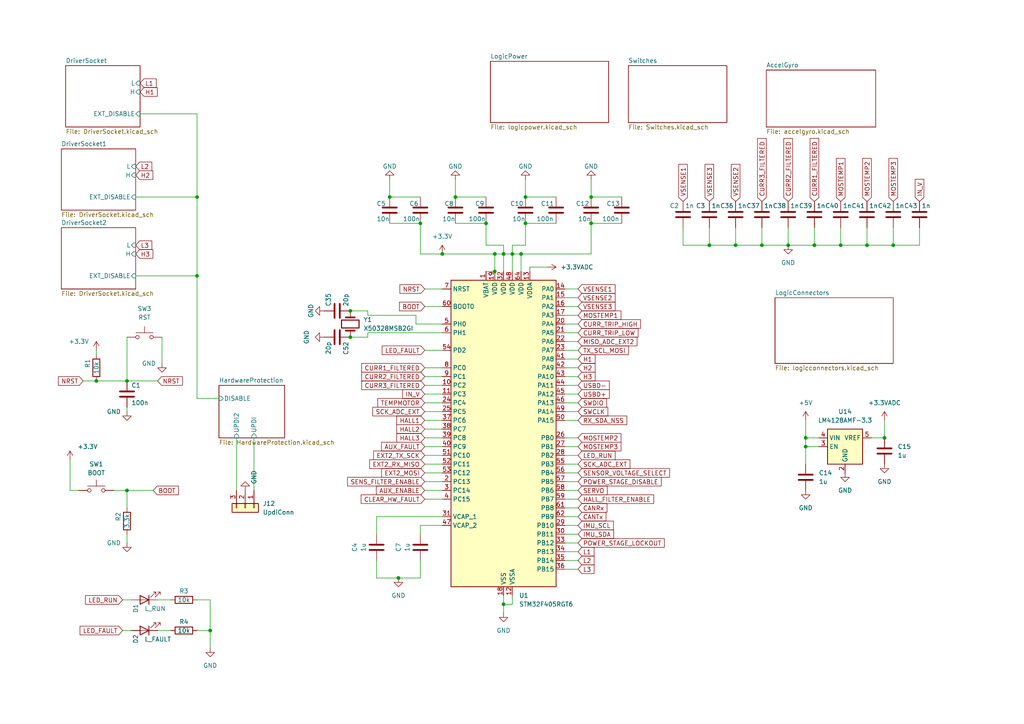
<source format=kicad_sch>
(kicad_sch (version 20230121) (generator eeschema)
  (paper "A4")
  (lib_symbols
    (symbol "Connector_Generic:Conn_01x03" (pin_names (offset 1.016) hide)
      (property "Reference" "J" (at 0 5.08 0))
      (property "Value" "Conn_01x03" (at 0 -5.08 0))
      (symbol "Conn_01x03_1_1"
        (rectangle (start -1.27 -2.413) (end 0 -2.667) (stroke (width 0.1524)))
        (rectangle (start -1.27 0.127) (end 0 -0.127) (stroke (width 0.1524)))
        (rectangle (start -1.27 2.667) (end 0 2.413) (stroke (width 0.1524)))
        (rectangle (start -1.27 3.81) (end 1.27 -3.81) (stroke (width 0.254)) (fill (type background)))
        (pin passive line (at -5.08 2.54 0) (length 3.81) (name "Pin_1") (number "1"))
        (pin passive line (at -5.08 0 0) (length 3.81) (name "Pin_2") (number "2"))
        (pin passive line (at -5.08 -2.54 0) (length 3.81) (name "Pin_3") (number "3"))
      )
    )
    (symbol "Device:C" (pin_numbers hide) (pin_names (offset 0.254))
      (property "Reference" "C" (at 0.635 2.54 0))
      (property "Value" "C" (at 0.635 -2.54 0))
      (symbol "C_0_1"
        (polyline (pts (xy -2.032 -0.762) (xy 2.032 -0.762)) (stroke (width 0.508)))
        (polyline (pts (xy -2.032 0.762) (xy 2.032 0.762)) (stroke (width 0.508)))
      )
      (symbol "C_1_1"
        (pin passive line (at 0 3.81 270) (length 2.794) (name "~") (number "1"))
        (pin passive line (at 0 -3.81 90) (length 2.794) (name "~") (number "2"))
      )
    )
    (symbol "Device:Crystal" (pin_numbers hide) (pin_names (offset 1.016) hide)
      (property "Reference" "Y" (at 0 3.81 0))
      (property "Value" "Crystal" (at 0 -3.81 0))
      (symbol "Crystal_0_1"
        (rectangle (start -1.143 2.54) (end 1.143 -2.54) (stroke (width 0.3048)))
        (polyline (pts (xy -2.54 0) (xy -1.905 0)))
        (polyline (pts (xy -1.905 -1.27) (xy -1.905 1.27)) (stroke (width 0.508)))
        (polyline (pts (xy 1.905 -1.27) (xy 1.905 1.27)) (stroke (width 0.508)))
        (polyline (pts (xy 2.54 0) (xy 1.905 0)))
      )
      (symbol "Crystal_1_1"
        (pin passive line (at -3.81 0 0) (length 1.27) (name "1") (number "1"))
        (pin passive line (at 3.81 0 180) (length 1.27) (name "2") (number "2"))
      )
    )
    (symbol "Device:LED" (pin_numbers hide) (pin_names (offset 1.016) hide)
      (property "Reference" "D" (at 0 2.54 0))
      (property "Value" "LED" (at 0 -2.54 0))
      (symbol "LED_0_1"
        (polyline (pts (xy -1.27 -1.27) (xy -1.27 1.27)) (stroke (width 0.254)))
        (polyline (pts (xy -1.27 0) (xy 1.27 0)))
        (polyline (pts (xy 1.27 -1.27) (xy 1.27 1.27) (xy -1.27 0) (xy 1.27 -1.27)) (stroke (width 0.254)))
        (polyline (pts (xy -3.048 -0.762) (xy -4.572 -2.286) (xy -3.81 -2.286) (xy -4.572 -2.286) (xy -4.572 -1.524)))
        (polyline (pts (xy -1.778 -0.762) (xy -3.302 -2.286) (xy -2.54 -2.286) (xy -3.302 -2.286) (xy -3.302 -1.524)))
      )
      (symbol "LED_1_1"
        (pin passive line (at -3.81 0 0) (length 2.54) (name "K") (number "1"))
        (pin passive line (at 3.81 0 180) (length 2.54) (name "A") (number "2"))
      )
    )
    (symbol "Device:R" (pin_numbers hide) (pin_names (offset 0))
      (property "Reference" "R" (at 2.032 0 90))
      (property "Value" "R" (at 0 0 90))
      (symbol "R_0_1"
        (rectangle (start -1.016 -2.54) (end 1.016 2.54) (stroke (width 0.254)))
      )
      (symbol "R_1_1"
        (pin passive line (at 0 3.81 270) (length 1.27) (name "~") (number "1"))
        (pin passive line (at 0 -3.81 90) (length 1.27) (name "~") (number "2"))
      )
    )
    (symbol "MCU_ST_STM32F4:STM32F405RGTx"
      (property "Reference" "U" (at -15.24 46.99 0))
      (property "Value" "STM32F405RGTx" (at 10.16 46.99 0))
      (symbol "STM32F405RGTx_0_1"
        (rectangle (start -15.24 -43.18) (end 15.24 45.72) (stroke (width 0.254)) (fill (type background)))
      )
      (symbol "STM32F405RGTx_1_1"
        (pin power_in line (at -5.08 48.26 270) (length 2.54) (name "VBAT") (number "1"))
        (pin bidirectional line (at -17.78 15.24 0) (length 2.54) (name "PC2") (number "10"))
        (pin bidirectional line (at -17.78 12.7 0) (length 2.54) (name "PC3") (number "11"))
        (pin power_in line (at 2.54 -45.72 90) (length 2.54) (name "VSSA") (number "12"))
        (pin power_in line (at 7.62 48.26 270) (length 2.54) (name "VDDA") (number "13"))
        (pin bidirectional line (at 17.78 43.18 180) (length 2.54) (name "PA0") (number "14"))
        (pin bidirectional line (at 17.78 40.64 180) (length 2.54) (name "PA1") (number "15"))
        (pin bidirectional line (at 17.78 38.1 180) (length 2.54) (name "PA2") (number "16"))
        (pin bidirectional line (at 17.78 35.56 180) (length 2.54) (name "PA3") (number "17"))
        (pin power_in line (at 0 -45.72 90) (length 2.54) (name "VSS") (number "18"))
        (pin power_in line (at -2.54 48.26 270) (length 2.54) (name "VDD") (number "19"))
        (pin bidirectional line (at -17.78 -12.7 0) (length 2.54) (name "PC13") (number "2"))
        (pin bidirectional line (at 17.78 33.02 180) (length 2.54) (name "PA4") (number "20"))
        (pin bidirectional line (at 17.78 30.48 180) (length 2.54) (name "PA5") (number "21"))
        (pin bidirectional line (at 17.78 27.94 180) (length 2.54) (name "PA6") (number "22"))
        (pin bidirectional line (at 17.78 25.4 180) (length 2.54) (name "PA7") (number "23"))
        (pin bidirectional line (at -17.78 10.16 0) (length 2.54) (name "PC4") (number "24"))
        (pin bidirectional line (at -17.78 7.62 0) (length 2.54) (name "PC5") (number "25"))
        (pin bidirectional line (at 17.78 0 180) (length 2.54) (name "PB0") (number "26"))
        (pin bidirectional line (at 17.78 -2.54 180) (length 2.54) (name "PB1") (number "27"))
        (pin bidirectional line (at 17.78 -5.08 180) (length 2.54) (name "PB2") (number "28"))
        (pin bidirectional line (at 17.78 -25.4 180) (length 2.54) (name "PB10") (number "29"))
        (pin bidirectional line (at -17.78 -15.24 0) (length 2.54) (name "PC14") (number "3"))
        (pin bidirectional line (at 17.78 -27.94 180) (length 2.54) (name "PB11") (number "30"))
        (pin power_out line (at -17.78 -22.86 0) (length 2.54) (name "VCAP_1") (number "31"))
        (pin power_in line (at 0 48.26 270) (length 2.54) (name "VDD") (number "32"))
        (pin bidirectional line (at 17.78 -30.48 180) (length 2.54) (name "PB12") (number "33"))
        (pin bidirectional line (at 17.78 -33.02 180) (length 2.54) (name "PB13") (number "34"))
        (pin bidirectional line (at 17.78 -35.56 180) (length 2.54) (name "PB14") (number "35"))
        (pin bidirectional line (at 17.78 -38.1 180) (length 2.54) (name "PB15") (number "36"))
        (pin bidirectional line (at -17.78 5.08 0) (length 2.54) (name "PC6") (number "37"))
        (pin bidirectional line (at -17.78 2.54 0) (length 2.54) (name "PC7") (number "38"))
        (pin bidirectional line (at -17.78 0 0) (length 2.54) (name "PC8") (number "39"))
        (pin bidirectional line (at -17.78 -17.78 0) (length 2.54) (name "PC15") (number "4"))
        (pin bidirectional line (at -17.78 -2.54 0) (length 2.54) (name "PC9") (number "40"))
        (pin bidirectional line (at 17.78 22.86 180) (length 2.54) (name "PA8") (number "41"))
        (pin bidirectional line (at 17.78 20.32 180) (length 2.54) (name "PA9") (number "42"))
        (pin bidirectional line (at 17.78 17.78 180) (length 2.54) (name "PA10") (number "43"))
        (pin bidirectional line (at 17.78 15.24 180) (length 2.54) (name "PA11") (number "44"))
        (pin bidirectional line (at 17.78 12.7 180) (length 2.54) (name "PA12") (number "45"))
        (pin bidirectional line (at 17.78 10.16 180) (length 2.54) (name "PA13") (number "46"))
        (pin power_out line (at -17.78 -25.4 0) (length 2.54) (name "VCAP_2") (number "47"))
        (pin power_in line (at 2.54 48.26 270) (length 2.54) (name "VDD") (number "48"))
        (pin bidirectional line (at 17.78 7.62 180) (length 2.54) (name "PA14") (number "49"))
        (pin bidirectional line (at -17.78 33.02 0) (length 2.54) (name "PH0") (number "5"))
        (pin bidirectional line (at 17.78 5.08 180) (length 2.54) (name "PA15") (number "50"))
        (pin bidirectional line (at -17.78 -5.08 0) (length 2.54) (name "PC10") (number "51"))
        (pin bidirectional line (at -17.78 -7.62 0) (length 2.54) (name "PC11") (number "52"))
        (pin bidirectional line (at -17.78 -10.16 0) (length 2.54) (name "PC12") (number "53"))
        (pin bidirectional line (at -17.78 25.4 0) (length 2.54) (name "PD2") (number "54"))
        (pin bidirectional line (at 17.78 -7.62 180) (length 2.54) (name "PB3") (number "55"))
        (pin bidirectional line (at 17.78 -10.16 180) (length 2.54) (name "PB4") (number "56"))
        (pin bidirectional line (at 17.78 -12.7 180) (length 2.54) (name "PB5") (number "57"))
        (pin bidirectional line (at 17.78 -15.24 180) (length 2.54) (name "PB6") (number "58"))
        (pin bidirectional line (at 17.78 -17.78 180) (length 2.54) (name "PB7") (number "59"))
        (pin bidirectional line (at -17.78 30.48 0) (length 2.54) (name "PH1") (number "6"))
        (pin input line (at -17.78 38.1 0) (length 2.54) (name "BOOT0") (number "60"))
        (pin bidirectional line (at 17.78 -20.32 180) (length 2.54) (name "PB8") (number "61"))
        (pin bidirectional line (at 17.78 -22.86 180) (length 2.54) (name "PB9") (number "62"))
        (pin passive line (at 0 -45.72 90) (length 2.54) hide (name "VSS") (number "63"))
        (pin power_in line (at 5.08 48.26 270) (length 2.54) (name "VDD") (number "64"))
        (pin input line (at -17.78 43.18 0) (length 2.54) (name "NRST") (number "7"))
        (pin bidirectional line (at -17.78 20.32 0) (length 2.54) (name "PC0") (number "8"))
        (pin bidirectional line (at -17.78 17.78 0) (length 2.54) (name "PC1") (number "9"))
      )
    )
    (symbol "Reference_Voltage:LM4128"
      (property "Reference" "U" (at -5.08 6.35 0))
      (property "Value" "LM4128" (at 0 6.35 0))
      (symbol "LM4128_0_1"
        (rectangle (start -5.08 5.08) (end 5.08 -5.08) (stroke (width 0.254)) (fill (type background)))
      )
      (symbol "LM4128_1_1"
        (pin no_connect line (at 5.08 0 180) (length 2.54) hide (name "NC") (number "1"))
        (pin power_in line (at 0 -7.62 90) (length 2.54) (name "GND") (number "2"))
        (pin input line (at -7.62 0 0) (length 2.54) (name "EN") (number "3"))
        (pin power_in line (at -7.62 2.54 0) (length 2.54) (name "VIN") (number "4"))
        (pin power_out line (at 7.62 2.54 180) (length 2.54) (name "VREF") (number "5"))
      )
    )
    (symbol "Switch:SW_Push" (pin_numbers hide) (pin_names (offset 1.016) hide)
      (property "Reference" "SW" (at 1.27 2.54 0))
      (property "Value" "SW_Push" (at 0 -1.524 0))
      (symbol "SW_Push_0_1"
        (circle (center -2.032 0) (radius 0.508))
        (polyline (pts (xy 0 1.27) (xy 0 3.048)))
        (polyline (pts (xy 2.54 1.27) (xy -2.54 1.27)))
        (circle (center 2.032 0) (radius 0.508))
        (pin passive line (at -5.08 0 0) (length 2.54) (name "1") (number "1"))
        (pin passive line (at 5.08 0 180) (length 2.54) (name "2") (number "2"))
      )
    )
    (symbol "power:+3.3V" (power) (pin_names (offset 0))
      (property "Value" "+3.3V" (at 0 3.556 0))
      (symbol "+3.3V_0_1"
        (polyline (pts (xy -0.762 1.27) (xy 0 2.54)))
        (polyline (pts (xy 0 0) (xy 0 2.54)))
        (polyline (pts (xy 0 2.54) (xy 0.762 1.27)))
      )
      (symbol "+3.3V_1_1"
        (pin power_in line (at 0 0 90) (length 0) hide (name "+3.3V") (number "1"))
      )
    )
    (symbol "power:+3.3VADC" (power) (pin_names (offset 0))
      (property "Value" "+3.3VADC" (at 0 2.54 0))
      (symbol "+3.3VADC_0_0"
        (pin power_in line (at 0 0 90) (length 0) hide (name "+3.3VADC") (number "1"))
      )
      (symbol "+3.3VADC_0_1"
        (polyline (pts (xy -0.762 1.27) (xy 0 2.54)))
        (polyline (pts (xy 0 0) (xy 0 2.54)))
        (polyline (pts (xy 0 2.54) (xy 0.762 1.27)))
      )
    )
    (symbol "power:+5V" (power) (pin_names (offset 0))
      (property "Value" "+5V" (at 0 3.556 0))
      (symbol "+5V_0_1"
        (polyline (pts (xy -0.762 1.27) (xy 0 2.54)))
        (polyline (pts (xy 0 0) (xy 0 2.54)))
        (polyline (pts (xy 0 2.54) (xy 0.762 1.27)))
      )
      (symbol "+5V_1_1"
        (pin power_in line (at 0 0 90) (length 0) hide (name "+5V") (number "1"))
      )
    )
    (symbol "power:GND" (power) (pin_names (offset 0))
      (property "Value" "GND" (at 0 -3.81 0))
      (symbol "GND_0_1"
        (polyline (pts (xy 0 0) (xy 0 -1.27) (xy 1.27 -1.27) (xy 0 -2.54) (xy -1.27 -1.27) (xy 0 -1.27)))
      )
      (symbol "GND_1_1"
        (pin power_in line (at 0 0 270) (length 0) hide (name "GND") (number "1"))
      )
    )
  )
  (junction (at 101.6 90.17))
  (junction (at 228.6 71.12))
  (junction (at 152.4 57.15))
  (junction (at 36.83 110.49))
  (junction (at 60.96 182.88))
  (junction (at 101.6 97.79))
  (junction (at 121.92 64.77))
  (junction (at 213.36 71.12))
  (junction (at 146.05 73.66))
  (junction (at 36.83 142.24))
  (junction (at 151.13 73.66))
  (junction (at 259.08 71.12))
  (junction (at 236.22 71.12))
  (junction (at 113.03 57.15))
  (junction (at 115.57 167.64))
  (junction (at 251.46 71.12))
  (junction (at 152.4 64.77))
  (junction (at 243.84 71.12))
  (junction (at 171.45 57.15))
  (junction (at 220.98 71.12))
  (junction (at 143.51 78.74))
  (junction (at 233.68 127))
  (junction (at 171.45 64.77))
  (junction (at 57.15 80.01))
  (junction (at 27.94 110.49))
  (junction (at 57.15 57.15))
  (junction (at 140.97 64.77))
  (junction (at 233.68 129.54))
  (junction (at 146.05 175.26))
  (junction (at 128.27 73.66))
  (junction (at 143.51 73.66))
  (junction (at 132.08 57.15))
  (junction (at 205.74 71.12))
  (junction (at 256.54 127))
  (junction (at 148.59 73.66))
  (wire (pts (xy 123.19 114.3) (xy 128.27 114.3)))
  (wire (pts (xy 171.45 57.15) (xy 180.34 57.15)))
  (wire (pts (xy 33.02 142.24) (xy 36.83 142.24)))
  (wire (pts (xy 171.45 64.77) (xy 180.34 64.77)))
  (wire (pts (xy 57.15 182.88) (xy 60.96 182.88)))
  (wire (pts (xy 148.59 73.66) (xy 151.13 73.66)))
  (wire (pts (xy 132.08 52.07) (xy 132.08 57.15)))
  (wire (pts (xy 128.27 93.98) (xy 120.65 93.98)))
  (wire (pts (xy 163.83 88.9) (xy 167.64 88.9)))
  (wire (pts (xy 109.22 162.56) (xy 109.22 167.64)))
  (wire (pts (xy 123.19 139.7) (xy 128.27 139.7)))
  (wire (pts (xy 213.36 71.12) (xy 220.98 71.12)))
  (wire (pts (xy 163.83 106.68) (xy 167.64 106.68)))
  (wire (pts (xy 163.83 86.36) (xy 167.64 86.36)))
  (wire (pts (xy 22.86 142.24) (xy 20.32 142.24)))
  (wire (pts (xy 233.68 121.92) (xy 233.68 127)))
  (wire (pts (xy 163.83 99.06) (xy 167.64 99.06)))
  (wire (pts (xy 143.51 73.66) (xy 128.27 73.66)))
  (wire (pts (xy 123.19 106.68) (xy 128.27 106.68)))
  (wire (pts (xy 163.83 119.38) (xy 167.64 119.38)))
  (wire (pts (xy 36.83 154.94) (xy 36.83 157.48)))
  (wire (pts (xy 57.15 33.02) (xy 57.15 57.15)))
  (wire (pts (xy 36.83 110.49) (xy 45.72 110.49)))
  (wire (pts (xy 121.92 152.4) (xy 128.27 152.4)))
  (wire (pts (xy 163.83 129.54) (xy 167.64 129.54)))
  (wire (pts (xy 148.59 71.12) (xy 152.4 71.12)))
  (wire (pts (xy 163.83 149.86) (xy 167.64 149.86)))
  (wire (pts (xy 163.83 127) (xy 167.64 127)))
  (wire (pts (xy 36.83 118.11) (xy 36.83 119.38)))
  (wire (pts (xy 123.19 142.24) (xy 128.27 142.24)))
  (wire (pts (xy 36.83 142.24) (xy 36.83 147.32)))
  (wire (pts (xy 132.08 64.77) (xy 140.97 64.77)))
  (wire (pts (xy 123.19 109.22) (xy 128.27 109.22)))
  (wire (pts (xy 153.67 77.47) (xy 158.75 77.47)))
  (wire (pts (xy 163.83 144.78) (xy 167.64 144.78)))
  (wire (pts (xy 128.27 96.52) (xy 106.68 96.52)))
  (wire (pts (xy 163.83 96.52) (xy 167.64 96.52)))
  (wire (pts (xy 233.68 129.54) (xy 237.49 129.54)))
  (wire (pts (xy 251.46 66.04) (xy 251.46 71.12)))
  (wire (pts (xy 266.7 66.04) (xy 266.7 71.12)))
  (wire (pts (xy 45.72 182.88) (xy 49.53 182.88)))
  (wire (pts (xy 151.13 73.66) (xy 171.45 73.66)))
  (wire (pts (xy 57.15 80.01) (xy 39.37 80.01)))
  (wire (pts (xy 163.83 114.3) (xy 167.64 114.3)))
  (wire (pts (xy 163.83 116.84) (xy 167.64 116.84)))
  (wire (pts (xy 39.37 57.15) (xy 57.15 57.15)))
  (wire (pts (xy 132.08 57.15) (xy 140.97 57.15)))
  (wire (pts (xy 146.05 71.12) (xy 140.97 71.12)))
  (wire (pts (xy 106.68 91.44) (xy 120.65 91.44)))
  (wire (pts (xy 236.22 71.12) (xy 243.84 71.12)))
  (wire (pts (xy 148.59 78.74) (xy 148.59 73.66)))
  (wire (pts (xy 152.4 64.77) (xy 161.29 64.77)))
  (wire (pts (xy 123.19 119.38) (xy 128.27 119.38)))
  (wire (pts (xy 123.19 127) (xy 128.27 127)))
  (wire (pts (xy 121.92 73.66) (xy 121.92 64.77)))
  (wire (pts (xy 60.96 182.88) (xy 60.96 187.96)))
  (wire (pts (xy 259.08 66.04) (xy 259.08 71.12)))
  (wire (pts (xy 163.83 137.16) (xy 167.64 137.16)))
  (wire (pts (xy 146.05 175.26) (xy 146.05 177.8)))
  (wire (pts (xy 243.84 66.04) (xy 243.84 71.12)))
  (wire (pts (xy 146.05 73.66) (xy 148.59 73.66)))
  (wire (pts (xy 57.15 57.15) (xy 57.15 80.01)))
  (wire (pts (xy 243.84 71.12) (xy 251.46 71.12)))
  (wire (pts (xy 228.6 71.12) (xy 236.22 71.12)))
  (wire (pts (xy 106.68 91.44) (xy 106.68 90.17)))
  (wire (pts (xy 228.6 66.04) (xy 228.6 71.12)))
  (wire (pts (xy 146.05 73.66) (xy 146.05 71.12)))
  (wire (pts (xy 123.19 144.78) (xy 128.27 144.78)))
  (wire (pts (xy 151.13 78.74) (xy 151.13 73.66)))
  (wire (pts (xy 171.45 73.66) (xy 171.45 64.77)))
  (wire (pts (xy 123.19 132.08) (xy 128.27 132.08)))
  (wire (pts (xy 140.97 78.74) (xy 143.51 78.74)))
  (wire (pts (xy 163.83 152.4) (xy 167.64 152.4)))
  (wire (pts (xy 163.83 162.56) (xy 167.64 162.56)))
  (wire (pts (xy 205.74 71.12) (xy 213.36 71.12)))
  (wire (pts (xy 121.92 162.56) (xy 121.92 167.64)))
  (wire (pts (xy 113.03 52.07) (xy 113.03 57.15)))
  (wire (pts (xy 233.68 129.54) (xy 233.68 134.62)))
  (wire (pts (xy 121.92 167.64) (xy 115.57 167.64)))
  (wire (pts (xy 128.27 73.66) (xy 121.92 73.66)))
  (wire (pts (xy 152.4 57.15) (xy 161.29 57.15)))
  (wire (pts (xy 213.36 66.04) (xy 213.36 71.12)))
  (wire (pts (xy 251.46 71.12) (xy 259.08 71.12)))
  (wire (pts (xy 106.68 97.79) (xy 101.6 97.79)))
  (wire (pts (xy 123.19 116.84) (xy 128.27 116.84)))
  (wire (pts (xy 143.51 73.66) (xy 146.05 73.66)))
  (wire (pts (xy 109.22 154.94) (xy 109.22 149.86)))
  (wire (pts (xy 163.83 165.1) (xy 167.64 165.1)))
  (wire (pts (xy 36.83 97.79) (xy 36.83 110.49)))
  (wire (pts (xy 27.94 110.49) (xy 36.83 110.49)))
  (wire (pts (xy 236.22 66.04) (xy 236.22 71.12)))
  (wire (pts (xy 45.72 173.99) (xy 49.53 173.99)))
  (wire (pts (xy 106.68 96.52) (xy 106.68 97.79)))
  (wire (pts (xy 123.19 83.82) (xy 128.27 83.82)))
  (wire (pts (xy 163.83 121.92) (xy 167.64 121.92)))
  (wire (pts (xy 40.64 33.02) (xy 57.15 33.02)))
  (wire (pts (xy 163.83 111.76) (xy 167.64 111.76)))
  (wire (pts (xy 163.83 139.7) (xy 167.64 139.7)))
  (wire (pts (xy 220.98 71.12) (xy 228.6 71.12)))
  (wire (pts (xy 198.12 66.04) (xy 198.12 71.12)))
  (wire (pts (xy 163.83 101.6) (xy 167.64 101.6)))
  (wire (pts (xy 171.45 52.07) (xy 171.45 57.15)))
  (wire (pts (xy 123.19 137.16) (xy 128.27 137.16)))
  (wire (pts (xy 163.83 132.08) (xy 167.64 132.08)))
  (wire (pts (xy 163.83 93.98) (xy 167.64 93.98)))
  (wire (pts (xy 63.5 115.57) (xy 57.15 115.57)))
  (wire (pts (xy 38.1 182.88) (xy 35.56 182.88)))
  (wire (pts (xy 20.32 133.35) (xy 20.32 142.24)))
  (wire (pts (xy 123.19 88.9) (xy 128.27 88.9)))
  (wire (pts (xy 109.22 149.86) (xy 128.27 149.86)))
  (wire (pts (xy 57.15 173.99) (xy 60.96 173.99)))
  (wire (pts (xy 123.19 134.62) (xy 128.27 134.62)))
  (wire (pts (xy 143.51 78.74) (xy 143.51 73.66)))
  (wire (pts (xy 57.15 115.57) (xy 57.15 80.01)))
  (wire (pts (xy 205.74 66.04) (xy 205.74 71.12)))
  (wire (pts (xy 163.83 157.48) (xy 167.64 157.48)))
  (wire (pts (xy 146.05 73.66) (xy 146.05 78.74)))
  (wire (pts (xy 163.83 154.94) (xy 167.64 154.94)))
  (wire (pts (xy 123.19 121.92) (xy 128.27 121.92)))
  (wire (pts (xy 148.59 172.72) (xy 148.59 175.26)))
  (wire (pts (xy 256.54 121.92) (xy 256.54 127)))
  (wire (pts (xy 35.56 173.99) (xy 38.1 173.99)))
  (wire (pts (xy 120.65 93.98) (xy 120.65 91.44)))
  (wire (pts (xy 198.12 71.12) (xy 205.74 71.12)))
  (wire (pts (xy 121.92 154.94) (xy 121.92 152.4)))
  (wire (pts (xy 24.13 110.49) (xy 27.94 110.49)))
  (wire (pts (xy 73.66 127) (xy 73.66 142.24)))
  (wire (pts (xy 163.83 83.82) (xy 167.64 83.82)))
  (wire (pts (xy 123.19 129.54) (xy 128.27 129.54)))
  (wire (pts (xy 148.59 73.66) (xy 148.59 71.12)))
  (wire (pts (xy 233.68 127) (xy 233.68 129.54)))
  (wire (pts (xy 68.58 127) (xy 68.58 142.24)))
  (wire (pts (xy 60.96 173.99) (xy 60.96 182.88)))
  (wire (pts (xy 256.54 127) (xy 252.73 127)))
  (wire (pts (xy 27.94 101.6) (xy 27.94 102.87)))
  (wire (pts (xy 163.83 104.14) (xy 167.64 104.14)))
  (wire (pts (xy 153.67 77.47) (xy 153.67 78.74)))
  (wire (pts (xy 233.68 127) (xy 237.49 127)))
  (wire (pts (xy 259.08 71.12) (xy 266.7 71.12)))
  (wire (pts (xy 220.98 66.04) (xy 220.98 71.12)))
  (wire (pts (xy 140.97 71.12) (xy 140.97 64.77)))
  (wire (pts (xy 152.4 52.07) (xy 152.4 57.15)))
  (wire (pts (xy 163.83 109.22) (xy 167.64 109.22)))
  (wire (pts (xy 113.03 57.15) (xy 121.92 57.15)))
  (wire (pts (xy 152.4 71.12) (xy 152.4 64.77)))
  (wire (pts (xy 163.83 147.32) (xy 167.64 147.32)))
  (wire (pts (xy 113.03 64.77) (xy 121.92 64.77)))
  (wire (pts (xy 123.19 111.76) (xy 128.27 111.76)))
  (wire (pts (xy 163.83 91.44) (xy 167.64 91.44)))
  (wire (pts (xy 36.83 142.24) (xy 44.45 142.24)))
  (wire (pts (xy 148.59 175.26) (xy 146.05 175.26)))
  (wire (pts (xy 163.83 142.24) (xy 167.64 142.24)))
  (wire (pts (xy 46.99 97.79) (xy 46.99 105.41)))
  (wire (pts (xy 163.83 160.02) (xy 167.64 160.02)))
  (wire (pts (xy 109.22 167.64) (xy 115.57 167.64)))
  (wire (pts (xy 101.6 90.17) (xy 106.68 90.17)))
  (wire (pts (xy 123.19 124.46) (xy 128.27 124.46)))
  (wire (pts (xy 163.83 134.62) (xy 167.64 134.62)))
  (wire (pts (xy 146.05 172.72) (xy 146.05 175.26)))
  (wire (pts (xy 123.19 101.6) (xy 128.27 101.6)))
  (global_label "BOOT" (shape input) (at 123.19 88.9 180) (property "Intersheetrefs" "${INTERSHEET_REFS}" (effects hide)))
  (global_label "CANRx" (shape input) (at 167.64 147.32 0) (property "Intersheetrefs" "${INTERSHEET_REFS}" (effects hide)))
  (global_label "L2" (shape input) (at 39.37 48.26 0) (property "Intersheetrefs" "${INTERSHEET_REFS}" (effects hide)))
  (global_label "POWER_STAGE_LOCKOUT" (shape input) (at 167.64 157.48 0) (property "Intersheetrefs" "${INTERSHEET_REFS}" (effects hide)))
  (global_label "MOSTEMP3" (shape input) (at 259.08 58.42 90) (property "Intersheetrefs" "${INTERSHEET_REFS}" (effects hide)))
  (global_label "CURR3_FILTERED" (shape input) (at 220.98 58.42 90) (property "Intersheetrefs" "${INTERSHEET_REFS}" (effects hide)))
  (global_label "MOSTEMP3" (shape input) (at 167.64 129.54 0) (property "Intersheetrefs" "${INTERSHEET_REFS}" (effects hide)))
  (global_label "HALL2" (shape input) (at 123.19 124.46 180) (property "Intersheetrefs" "${INTERSHEET_REFS}" (effects hide)))
  (global_label "VSENSE3" (shape input) (at 167.64 88.9 0) (property "Intersheetrefs" "${INTERSHEET_REFS}" (effects hide)))
  (global_label "EXT2_TX_SCK" (shape input) (at 123.19 132.08 180) (property "Intersheetrefs" "${INTERSHEET_REFS}" (effects hide)))
  (global_label "SWCLK" (shape input) (at 167.64 119.38 0) (property "Intersheetrefs" "${INTERSHEET_REFS}" (effects hide)))
  (global_label "NRST" (shape input) (at 24.13 110.49 180) (property "Intersheetrefs" "${INTERSHEET_REFS}" (effects hide)))
  (global_label "MOSTEMP1" (shape input) (at 167.64 91.44 0) (property "Intersheetrefs" "${INTERSHEET_REFS}" (effects hide)))
  (global_label "SERVO" (shape input) (at 167.64 142.24 0) (property "Intersheetrefs" "${INTERSHEET_REFS}" (effects hide)))
  (global_label "VSENSE1" (shape input) (at 167.64 83.82 0) (property "Intersheetrefs" "${INTERSHEET_REFS}" (effects hide)))
  (global_label "SENSOR_VOLTAGE_SELECT" (shape input) (at 167.64 137.16 0) (property "Intersheetrefs" "${INTERSHEET_REFS}" (effects hide)))
  (global_label "VSENSE3" (shape input) (at 205.74 58.42 90) (property "Intersheetrefs" "${INTERSHEET_REFS}" (effects hide)))
  (global_label "AUX_FAULT" (shape input) (at 123.19 129.54 180) (property "Intersheetrefs" "${INTERSHEET_REFS}" (effects hide)))
  (global_label "USBD+" (shape input) (at 167.64 114.3 0) (property "Intersheetrefs" "${INTERSHEET_REFS}" (effects hide)))
  (global_label "L1" (shape input) (at 167.64 160.02 0) (property "Intersheetrefs" "${INTERSHEET_REFS}" (effects hide)))
  (global_label "VSENSE2" (shape input) (at 213.36 58.42 90) (property "Intersheetrefs" "${INTERSHEET_REFS}" (effects hide)))
  (global_label "POWER_STAGE_DISABLE" (shape input) (at 167.64 139.7 0) (property "Intersheetrefs" "${INTERSHEET_REFS}" (effects hide)))
  (global_label "CLEAR_HW_FAULT" (shape input) (at 123.19 144.78 180) (property "Intersheetrefs" "${INTERSHEET_REFS}" (effects hide)))
  (global_label "LED_FAULT" (shape input) (at 35.56 182.88 180) (property "Intersheetrefs" "${INTERSHEET_REFS}" (effects hide)))
  (global_label "LED_RUN" (shape input) (at 167.64 132.08 0) (property "Intersheetrefs" "${INTERSHEET_REFS}" (effects hide)))
  (global_label "CURR3_FILTERED" (shape input) (at 123.19 111.76 180) (property "Intersheetrefs" "${INTERSHEET_REFS}" (effects hide)))
  (global_label "MOSTEMP2" (shape input) (at 167.64 127 0) (property "Intersheetrefs" "${INTERSHEET_REFS}" (effects hide)))
  (global_label "TX_SCL_MOSI" (shape input) (at 167.64 101.6 0) (property "Intersheetrefs" "${INTERSHEET_REFS}" (effects hide)))
  (global_label "HALL3" (shape input) (at 123.19 127 180) (property "Intersheetrefs" "${INTERSHEET_REFS}" (effects hide)))
  (global_label "VSENSE2" (shape input) (at 167.64 86.36 0) (property "Intersheetrefs" "${INTERSHEET_REFS}" (effects hide)))
  (global_label "CURR2_FILTERED" (shape input) (at 123.19 109.22 180) (property "Intersheetrefs" "${INTERSHEET_REFS}" (effects hide)))
  (global_label "NRST" (shape input) (at 123.19 83.82 180) (property "Intersheetrefs" "${INTERSHEET_REFS}" (effects hide)))
  (global_label "L2" (shape input) (at 167.64 162.56 0) (property "Intersheetrefs" "${INTERSHEET_REFS}" (effects hide)))
  (global_label "VSENSE1" (shape input) (at 198.12 58.42 90) (property "Intersheetrefs" "${INTERSHEET_REFS}" (effects hide)))
  (global_label "H2" (shape input) (at 167.64 106.68 0) (property "Intersheetrefs" "${INTERSHEET_REFS}" (effects hide)))
  (global_label "EXT2_RX_MISO" (shape input) (at 123.19 134.62 180) (property "Intersheetrefs" "${INTERSHEET_REFS}" (effects hide)))
  (global_label "L1" (shape input) (at 40.64 24.13 0) (property "Intersheetrefs" "${INTERSHEET_REFS}" (effects hide)))
  (global_label "SWDIO" (shape input) (at 167.64 116.84 0) (property "Intersheetrefs" "${INTERSHEET_REFS}" (effects hide)))
  (global_label "L3" (shape input) (at 167.64 165.1 0) (property "Intersheetrefs" "${INTERSHEET_REFS}" (effects hide)))
  (global_label "TEMPMOTOR" (shape input) (at 123.19 116.84 180) (property "Intersheetrefs" "${INTERSHEET_REFS}" (effects hide)))
  (global_label "H1" (shape input) (at 40.64 26.67 0) (property "Intersheetrefs" "${INTERSHEET_REFS}" (effects hide)))
  (global_label "BOOT" (shape input) (at 44.45 142.24 0) (property "Intersheetrefs" "${INTERSHEET_REFS}" (effects hide)))
  (global_label "CANTx" (shape input) (at 167.64 149.86 0) (property "Intersheetrefs" "${INTERSHEET_REFS}" (effects hide)))
  (global_label "MOSTEMP2" (shape input) (at 251.46 58.42 90) (property "Intersheetrefs" "${INTERSHEET_REFS}" (effects hide)))
  (global_label "USBD-" (shape input) (at 167.64 111.76 0) (property "Intersheetrefs" "${INTERSHEET_REFS}" (effects hide)))
  (global_label "CURR1_FILTERED" (shape input) (at 236.22 58.42 90) (property "Intersheetrefs" "${INTERSHEET_REFS}" (effects hide)))
  (global_label "RX_SDA_NSS" (shape input) (at 167.64 121.92 0) (property "Intersheetrefs" "${INTERSHEET_REFS}" (effects hide)))
  (global_label "EXT2_MOSI" (shape input) (at 123.19 137.16 180) (property "Intersheetrefs" "${INTERSHEET_REFS}" (effects hide)))
  (global_label "L3" (shape input) (at 39.37 71.12 0) (property "Intersheetrefs" "${INTERSHEET_REFS}" (effects hide)))
  (global_label "IMU_SDA" (shape input) (at 167.64 154.94 0) (property "Intersheetrefs" "${INTERSHEET_REFS}" (effects hide)))
  (global_label "IMU_SCL" (shape input) (at 167.64 152.4 0) (property "Intersheetrefs" "${INTERSHEET_REFS}" (effects hide)))
  (global_label "CURR_TRIP_HIGH" (shape input) (at 167.64 93.98 0) (property "Intersheetrefs" "${INTERSHEET_REFS}" (effects hide)))
  (global_label "SCK_ADC_EXT" (shape input) (at 167.64 134.62 0) (property "Intersheetrefs" "${INTERSHEET_REFS}" (effects hide)))
  (global_label "H3" (shape input) (at 39.37 73.66 0) (property "Intersheetrefs" "${INTERSHEET_REFS}" (effects hide)))
  (global_label "LED_RUN" (shape input) (at 35.56 173.99 180) (property "Intersheetrefs" "${INTERSHEET_REFS}" (effects hide)))
  (global_label "CURR2_FILTERED" (shape input) (at 228.6 58.42 90) (property "Intersheetrefs" "${INTERSHEET_REFS}" (effects hide)))
  (global_label "AUX_ENABLE" (shape input) (at 123.19 142.24 180) (property "Intersheetrefs" "${INTERSHEET_REFS}" (effects hide)))
  (global_label "CURR1_FILTERED" (shape input) (at 123.19 106.68 180) (property "Intersheetrefs" "${INTERSHEET_REFS}" (effects hide)))
  (global_label "SENS_FILTER_ENABLE" (shape input) (at 123.19 139.7 180) (property "Intersheetrefs" "${INTERSHEET_REFS}" (effects hide)))
  (global_label "H2" (shape input) (at 39.37 50.8 0) (property "Intersheetrefs" "${INTERSHEET_REFS}" (effects hide)))
  (global_label "LED_FAULT" (shape input) (at 123.19 101.6 180) (property "Intersheetrefs" "${INTERSHEET_REFS}" (effects hide)))
  (global_label "NRST" (shape input) (at 45.72 110.49 0) (property "Intersheetrefs" "${INTERSHEET_REFS}" (effects hide)))
  (global_label "CURR_TRIP_LOW" (shape input) (at 167.64 96.52 0) (property "Intersheetrefs" "${INTERSHEET_REFS}" (effects hide)))
  (global_label "H3" (shape input) (at 167.64 109.22 0) (property "Intersheetrefs" "${INTERSHEET_REFS}" (effects hide)))
  (global_label "SCK_ADC_EXT" (shape input) (at 123.19 119.38 180) (property "Intersheetrefs" "${INTERSHEET_REFS}" (effects hide)))
  (global_label "HALL1" (shape input) (at 123.19 121.92 180) (property "Intersheetrefs" "${INTERSHEET_REFS}" (effects hide)))
  (global_label "H1" (shape input) (at 167.64 104.14 0) (property "Intersheetrefs" "${INTERSHEET_REFS}" (effects hide)))
  (global_label "MISO_ADC_EXT2" (shape input) (at 167.64 99.06 0) (property "Intersheetrefs" "${INTERSHEET_REFS}" (effects hide)))
  (global_label "IN_V" (shape input) (at 266.7 58.42 90) (property "Intersheetrefs" "${INTERSHEET_REFS}" (effects hide)))
  (global_label "IN_V" (shape input) (at 123.19 114.3 180) (property "Intersheetrefs" "${INTERSHEET_REFS}" (effects hide)))
  (global_label "HALL_FILTER_ENABLE" (shape input) (at 167.64 144.78 0) (property "Intersheetrefs" "${INTERSHEET_REFS}" (effects hide)))
  (global_label "MOSTEMP1" (shape input) (at 243.84 58.42 90) (property "Intersheetrefs" "${INTERSHEET_REFS}" (effects hide)))
  (symbol (lib_id "Device:C") (at 205.74 62.23 0) (unit 1)
    (property "Reference" "C3" (at 203.2 59.69 0))
    (property "Value" "1n" (at 207.645 59.69 0))
    (property "Footprint" "Capacitor_SMD:C_0805_2012Metric" (effects hide))
    (property "MPN" "C94121" (effects hide))
  )
  (symbol (lib_id "Device:C") (at 256.54 130.81 0) (unit 1)
    (property "Reference" "C15" (at 260.35 129.54 0) (effects (justify left)))
    (property "Value" "1u" (at 260.35 132.08 0) (effects (justify left)))
    (property "Footprint" "Capacitor_SMD:C_0805_2012Metric" (effects hide))
  )
  (symbol (lib_id "Switch:SW_Push") (at 27.94 142.24 0) (unit 1)
    (property "Reference" "SW1" (at 27.94 134.62 0))
    (property "Value" "BOOT" (at 27.94 137.16 0))
    (property "Footprint" "Button_Switch_SMD:SW_Tactile_SPST_NO_Straight_CK_PTS636Sx25SMTRLFS" (effects hide))
    (property "MPN" "C329185" (effects hide))
  )
  (symbol (lib_id "Switch:SW_Push") (at 41.91 97.79 0) (unit 1)
    (property "Reference" "SW3" (at 41.91 89.535 0))
    (property "Value" "RST" (at 41.91 92.075 0))
    (property "Footprint" "Button_Switch_SMD:SW_Tactile_SPST_NO_Straight_CK_PTS636Sx25SMTRLFS" (effects hide))
    (property "MPN" "C329185" (effects hide))
  )
  (symbol (lib_id "Device:C") (at 251.46 62.23 0) (unit 1)
    (property "Reference" "C41" (at 248.92 59.69 0))
    (property "Value" "1n" (at 253.365 59.69 0))
    (property "Footprint" "Capacitor_SMD:C_0805_2012Metric" (effects hide))
    (property "MPN" "C94121" (effects hide))
  )
  (symbol (lib_id "Device:C") (at 132.08 60.96 0) (unit 1)
    (property "Reference" "C8" (at 128.905 59.055 0) (effects (justify left)))
    (property "Value" "10n" (at 128.27 63.5 0) (effects (justify left)))
    (property "Footprint" "Capacitor_SMD:C_0805_2012Metric" (effects hide))
  )
  (symbol (lib_id "power:GND") (at 36.83 157.48 0) (unit 1)
    (property "Reference" "#PWR04" (effects hide))
    (property "Value" "GND" (at 33.02 157.48 0))
  )
  (symbol (lib_id "Device:C") (at 180.34 60.96 0) (unit 1)
    (property "Reference" "C13" (at 175.895 59.055 0) (effects (justify left)))
    (property "Value" "100n" (at 174.625 63.5 0) (effects (justify left)))
    (property "Footprint" "Capacitor_SMD:C_0805_2012Metric" (effects hide))
  )
  (symbol (lib_id "Device:C") (at 121.92 60.96 0) (unit 1)
    (property "Reference" "C6" (at 118.745 59.055 0) (effects (justify left)))
    (property "Value" "100n" (at 116.84 63.5 0) (effects (justify left)))
    (property "Footprint" "Capacitor_SMD:C_0805_2012Metric" (effects hide))
  )
  (symbol (lib_id "power:+3.3V") (at 128.27 73.66 0) (unit 1)
    (property "Reference" "#PWR08" (effects hide))
    (property "Value" "+3.3V" (at 128.27 68.58 0))
  )
  (symbol (lib_id "Device:R") (at 53.34 182.88 90) (unit 1)
    (property "Reference" "R4" (at 53.34 180.34 90))
    (property "Value" "10k" (at 53.34 182.88 90))
    (property "Footprint" "Resistor_SMD:R_0805_2012Metric" (effects hide))
  )
  (symbol (lib_id "Device:C") (at 233.68 138.43 0) (unit 1)
    (property "Reference" "C14" (at 237.49 137.16 0) (effects (justify left)))
    (property "Value" "1u" (at 237.49 139.7 0) (effects (justify left)))
    (property "Footprint" "Capacitor_SMD:C_0805_2012Metric" (effects hide))
    (property "MPN" "C28323" (effects hide))
  )
  (symbol (lib_id "Device:C") (at 236.22 62.23 0) (unit 1)
    (property "Reference" "C39" (at 233.68 59.69 0))
    (property "Value" "1n" (at 238.125 59.69 0))
    (property "Footprint" "Capacitor_SMD:C_0805_2012Metric" (effects hide))
    (property "MPN" "C94121" (effects hide))
  )
  (symbol (lib_id "power:GND") (at 245.11 137.16 0) (unit 1)
    (property "Reference" "#PWR016" (effects hide))
    (property "Value" "GND" (at 245.11 142.24 0))
  )
  (symbol (lib_id "power:+5V") (at 233.68 121.92 0) (unit 1)
    (property "Reference" "#PWR014" (effects hide))
    (property "Value" "+5V" (at 233.68 116.84 0))
  )
  (symbol (lib_id "power:GND") (at 146.05 177.8 0) (unit 1)
    (property "Reference" "#PWR011" (effects hide))
    (property "Value" "GND" (at 146.05 182.88 0))
  )
  (symbol (lib_id "Device:R") (at 27.94 106.68 0) (unit 1)
    (property "Reference" "R1" (at 25.4 105.41 90))
    (property "Value" "10k" (at 27.94 106.68 90))
    (property "Footprint" "Resistor_SMD:R_0805_2012Metric" (effects hide))
    (property "MPN" "C17414" (effects hide))
  )
  (symbol (lib_id "Device:C") (at 97.79 97.79 270) (unit 1)
    (property "Reference" "C52" (at 100.33 99.06 0) (effects (justify left)))
    (property "Value" "20p" (at 95.25 99.06 0) (effects (justify left)))
    (property "Footprint" "Capacitor_SMD:C_0603_1608Metric" (effects hide))
    (property "MPN" "C1648" (effects hide))
  )
  (symbol (lib_id "power:GND") (at 36.83 119.38 0) (unit 1)
    (property "Reference" "#PWR03" (effects hide))
    (property "Value" "GND" (at 33.02 119.38 0))
  )
  (symbol (lib_id "Device:C") (at 152.4 60.96 0) (unit 1)
    (property "Reference" "C10" (at 147.955 59.055 0) (effects (justify left)))
    (property "Value" "10n" (at 148.59 63.5 0) (effects (justify left)))
    (property "Footprint" "Capacitor_SMD:C_0805_2012Metric" (effects hide))
    (property "MPN" "C1710" (effects hide))
  )
  (symbol (lib_id "power:GND") (at 113.03 52.07 180) (unit 1)
    (property "Reference" "#PWR010" (effects hide))
    (property "Value" "GND" (at 113.03 48.26 0))
  )
  (symbol (lib_id "Device:C") (at 36.83 114.3 0) (unit 1)
    (property "Reference" "C1" (at 38.1 111.76 0) (effects (justify left)))
    (property "Value" "100n" (at 38.1 116.84 0) (effects (justify left)))
    (property "Footprint" "Capacitor_SMD:C_0805_2012Metric" (effects hide))
    (property "MPN" "C28233" (effects hide))
  )
  (symbol (lib_id "power:GND") (at 152.4 52.07 180) (unit 1)
    (property "Reference" "#PWR013" (effects hide))
    (property "Value" "GND" (at 152.4 48.26 0))
  )
  (symbol (lib_id "power:GND") (at 115.57 167.64 0) (unit 1)
    (property "Reference" "#PWR09" (effects hide))
    (property "Value" "GND" (at 115.57 172.72 0))
  )
  (symbol (lib_id "Device:C") (at 140.97 60.96 0) (unit 1)
    (property "Reference" "C9" (at 137.795 59.055 0) (effects (justify left)))
    (property "Value" "100n" (at 135.89 63.5 0) (effects (justify left)))
    (property "Footprint" "Capacitor_SMD:C_0805_2012Metric" (effects hide))
  )
  (symbol (lib_id "Device:C") (at 220.98 62.23 0) (unit 1)
    (property "Reference" "C37" (at 218.44 59.69 0))
    (property "Value" "1n" (at 222.885 59.69 0))
    (property "Footprint" "Capacitor_SMD:C_0805_2012Metric" (effects hide))
    (property "MPN" "C94121" (effects hide))
  )
  (symbol (lib_id "power:GND") (at 93.98 97.79 270) (unit 1)
    (property "Reference" "#PWR087" (effects hide))
    (property "Value" "GND" (at 88.9 97.79 0))
  )
  (symbol (lib_id "power:GND") (at 71.12 142.24 180) (unit 1)
    (property "Reference" "#PWR059" (effects hide))
    (property "Value" "GND" (at 73.66 138.43 90))
  )
  (symbol (lib_id "power:+3.3VADC") (at 256.54 121.92 0) (unit 1)
    (property "Reference" "#PWR061" (effects hide))
    (property "Value" "+3.3VADC" (at 256.54 116.84 0))
  )
  (symbol (lib_id "Device:C") (at 198.12 62.23 0) (unit 1)
    (property "Reference" "C2" (at 195.58 59.69 0))
    (property "Value" "1n" (at 200.025 59.69 0))
    (property "Footprint" "Capacitor_SMD:C_0805_2012Metric" (effects hide))
    (property "MPN" "C46653" (effects hide))
  )
  (symbol (lib_id "power:+3.3V") (at 27.94 101.6 0) (unit 1)
    (property "Reference" "#PWR02" (effects hide))
    (property "Value" "+3.3V" (at 22.86 99.06 0))
  )
  (symbol (lib_id "power:GND") (at 93.98 90.17 270) (unit 1)
    (property "Reference" "#PWR086" (effects hide))
    (property "Value" "GND" (at 90.17 90.17 0))
  )
  (symbol (lib_id "Connector_Generic:Conn_01x03") (at 71.12 147.32 270) (unit 1)
    (property "Reference" "J12" (at 76.2 146.05 90) (effects (justify left)))
    (property "Value" "UpdiConn" (at 76.2 148.59 90) (effects (justify left)))
    (property "Footprint" "Connector_PinHeader_2.54mm:PinHeader_1x03_P2.54mm_Vertical" (effects hide))
    (property "MPN" "C49257" (effects hide))
    (property "JLCRotOffset" "-90" (effects hide))
    (property "JLCPosOffset" "2.54,0" (effects hide))
  )
  (symbol (lib_id "Device:LED") (at 41.91 173.99 180) (unit 1)
    (property "Reference" "D1" (at 39.37 177.8 90) (effects (justify right)))
    (property "Value" "L_RUN" (at 41.91 176.53 0) (effects (justify right)))
    (property "Footprint" "LED_SMD:LED_0805_2012Metric" (effects hide))
    (property "MPN" "C2297" (effects hide))
  )
  (symbol (lib_id "power:+3.3VADC") (at 158.75 77.47 270) (unit 1)
    (property "Reference" "#PWR0122" (effects hide))
    (property "Value" "+3.3VADC" (at 162.56 77.47 90) (effects (justify left)))
  )
  (symbol (lib_id "power:GND") (at 256.54 134.62 0) (unit 1)
    (property "Reference" "#PWR017" (effects hide))
    (property "Value" "GND" (at 256.54 139.7 0))
  )
  (symbol (lib_id "Device:C") (at 109.22 158.75 0) (unit 1)
    (property "Reference" "C4" (at 102.87 158.75 90))
    (property "Value" "1u" (at 105.41 158.75 90))
    (property "Footprint" "Capacitor_SMD:C_0805_2012Metric" (effects hide))
  )
  (symbol (lib_id "power:GND") (at 132.08 52.07 180) (unit 1)
    (property "Reference" "#PWR012" (effects hide))
    (property "Value" "GND" (at 132.08 48.26 0))
  )
  (symbol (lib_id "Device:C") (at 121.92 158.75 0) (unit 1)
    (property "Reference" "C7" (at 115.57 158.75 90))
    (property "Value" "1u" (at 118.11 158.75 90))
    (property "Footprint" "Capacitor_SMD:C_0805_2012Metric" (effects hide))
  )
  (symbol (lib_id "Device:C") (at 266.7 62.23 0) (unit 1)
    (property "Reference" "C43" (at 264.16 59.69 0))
    (property "Value" "1n" (at 268.605 59.69 0))
    (property "Footprint" "Capacitor_SMD:C_0805_2012Metric" (effects hide))
    (property "MPN" "C94121" (effects hide))
  )
  (symbol (lib_id "Device:C") (at 243.84 62.23 0) (unit 1)
    (property "Reference" "C40" (at 241.3 59.69 0))
    (property "Value" "1n" (at 245.745 59.69 0))
    (property "Footprint" "Capacitor_SMD:C_0805_2012Metric" (effects hide))
    (property "MPN" "C94121" (effects hide))
  )
  (symbol (lib_id "Device:C") (at 213.36 62.23 0) (unit 1)
    (property "Reference" "C36" (at 210.82 59.69 0))
    (property "Value" "1n" (at 215.265 59.69 0))
    (property "Footprint" "Capacitor_SMD:C_0805_2012Metric" (effects hide))
    (property "MPN" "C94121" (effects hide))
  )
  (symbol (lib_id "power:GND") (at 228.6 71.12 0) (unit 1)
    (property "Reference" "#PWR07" (effects hide))
    (property "Value" "GND" (at 228.6 76.2 0))
  )
  (symbol (lib_id "power:+3.3V") (at 20.32 133.35 0) (unit 1)
    (property "Reference" "#PWR01" (effects hide))
    (property "Value" "+3.3V" (at 25.4 129.54 0))
  )
  (symbol (lib_id "Device:LED") (at 41.91 182.88 180) (unit 1)
    (property "Reference" "D2" (at 39.37 186.69 90) (effects (justify right)))
    (property "Value" "L_FAULT" (at 41.91 185.42 0) (effects (justify right)))
    (property "Footprint" "LED_SMD:LED_0805_2012Metric" (effects hide))
    (property "MPN" "C84256" (effects hide))
  )
  (symbol (lib_id "Device:Crystal") (at 101.6 93.98 90) (unit 1)
    (property "Reference" "Y1" (at 105.41 92.71 90) (effects (justify right)))
    (property "Value" "X50328MSB2GI" (at 105.41 95.25 90) (effects (justify right)))
    (property "Footprint" "Crystal:Crystal_SMD_5032-2Pin_5.0x3.2mm" (effects hide))
    (property "MPN" "C115962" (effects hide))
  )
  (symbol (lib_id "Device:R") (at 36.83 151.13 0) (unit 1)
    (property "Reference" "R2" (at 34.29 149.86 90))
    (property "Value" "3.3k" (at 36.83 151.13 90))
    (property "Footprint" "Resistor_SMD:R_0805_2012Metric" (effects hide))
    (property "MPN" "C26010" (effects hide))
  )
  (symbol (lib_id "MCU_ST_STM32F4:STM32F405RGTx") (at 146.05 127 0) (unit 1)
    (property "Reference" "U1" (at 150.5459 172.72 0) (effects (justify left)))
    (property "Value" "STM32F405RGT6" (at 150.5459 175.26 0) (effects (justify left)))
    (property "Footprint" "Package_QFP:LQFP-64_10x10mm_P0.5mm" (effects hide))
    (property "Datasheet" "https://www.st.com/resource/en/datasheet/stm32f405rg.pdf" (effects hide))
    (property "MPN" "C15742" (effects hide))
    (property "JLCRotOffset" "-90" (effects hide))
  )
  (symbol (lib_id "Device:R") (at 53.34 173.99 90) (unit 1)
    (property "Reference" "R3" (at 53.34 171.45 90))
    (property "Value" "10k" (at 53.34 173.99 90))
    (property "Footprint" "Resistor_SMD:R_0805_2012Metric" (effects hide))
  )
  (symbol (lib_id "Device:C") (at 171.45 60.96 0) (unit 1)
    (property "Reference" "C12" (at 167.005 59.055 0) (effects (justify left)))
    (property "Value" "10n" (at 167.64 63.5 0) (effects (justify left)))
    (property "Footprint" "Capacitor_SMD:C_0805_2012Metric" (effects hide))
  )
  (symbol (lib_id "Device:C") (at 228.6 62.23 0) (unit 1)
    (property "Reference" "C38" (at 226.06 59.69 0))
    (property "Value" "1n" (at 230.505 59.69 0))
    (property "Footprint" "Capacitor_SMD:C_0805_2012Metric" (effects hide))
    (property "MPN" "C94121" (effects hide))
  )
  (symbol (lib_id "Device:C") (at 113.03 60.96 0) (unit 1)
    (property "Reference" "C5" (at 109.22 59.055 0) (effects (justify left)))
    (property "Value" "10n" (at 109.22 63.5 0) (effects (justify left)))
    (property "Footprint" "Capacitor_SMD:C_0805_2012Metric" (effects hide))
  )
  (symbol (lib_id "Device:C") (at 161.29 60.96 0) (unit 1)
    (property "Reference" "C11" (at 156.845 59.055 0) (effects (justify left)))
    (property "Value" "100n" (at 155.575 63.5 0) (effects (justify left)))
    (property "Footprint" "Capacitor_SMD:C_0805_2012Metric" (effects hide))
  )
  (symbol (lib_id "power:GND") (at 233.68 142.24 0) (unit 1)
    (property "Reference" "#PWR015" (effects hide))
    (property "Value" "GND" (at 233.68 147.32 0))
  )
  (symbol (lib_id "Device:C") (at 97.79 90.17 90) (unit 1)
    (property "Reference" "C35" (at 95.25 88.9 0) (effects (justify left)))
    (property "Value" "20p" (at 100.33 88.9 0) (effects (justify left)))
    (property "Footprint" "Capacitor_SMD:C_0603_1608Metric" (effects hide))
    (property "MPN" "C1648" (effects hide))
  )
  (symbol (lib_id "power:GND") (at 46.99 105.41 0) (unit 1)
    (property "Reference" "#PWR05" (effects hide))
    (property "Value" "GND" (at 43.18 105.41 0))
  )
  (symbol (lib_id "power:GND") (at 171.45 52.07 180) (unit 1)
    (property "Reference" "#PWR082" (effects hide))
    (property "Value" "GND" (at 171.45 48.26 0))
  )
  (symbol (lib_id "Reference_Voltage:LM4128") (at 245.11 129.54 0) (unit 1)
    (property "Reference" "U14" (at 245.11 119.38 0))
    (property "Value" "LM4128AMF-3.3" (at 245.11 121.92 0))
    (property "Footprint" "Package_TO_SOT_SMD:SOT-23-5" (effects hide))
    (property "Datasheet" "http://www.ti.com/lit/ds/symlink/lm4128.pdf" (effects hide))
    (property "MPN" "C2156508" (effects hide))
  )
  (symbol (lib_id "power:GND") (at 60.96 187.96 0) (unit 1)
    (property "Reference" "#PWR06" (effects hide))
    (property "Value" "GND" (at 60.96 193.04 0))
  )
  (symbol (lib_id "Device:C") (at 259.08 62.23 0) (unit 1)
    (property "Reference" "C42" (at 256.54 59.69 0))
    (property "Value" "1n" (at 260.985 59.69 0))
    (property "Footprint" "Capacitor_SMD:C_0805_2012Metric" (effects hide))
    (property "MPN" "C94121" (effects hide))
  )
  (sheet (at 182.245 19.05) (size 28.575 16.51) (stroke (width 0.1524))
    (property "Sheetname" "Switches" (at 182.245 18.3384 0) (effects (justify left bottom)))
    (property "Sheetfile" "Switches.kicad_sch" (at 182.245 36.1446 0) (effects (justify left top)))
  )
  (sheet (at 17.78 43.18) (size 21.59 17.78) (stroke (width 0.1524))
    (property "Sheetname" "DriverSocket1" (at 17.78 42.4684 0) (effects (justify left bottom)))
    (property "Sheetfile" "DriverSocket.kicad_sch" (at 17.78 61.5446 0) (effects (justify left top)))
    (pin "L" input (at 39.37 48.26 0))
    (pin "H" input (at 39.37 50.8 0))
    (pin "EXT_DISABLE" input (at 39.37 57.15 0))
  )
  (sheet (at 222.25 20.32) (size 31.75 16.51) (stroke (width 0.1524))
    (property "Sheetname" "AccelGyro" (at 222.25 19.6084 0) (effects (justify left bottom)))
    (property "Sheetfile" "accelgyro.kicad_sch" (at 222.25 37.4146 0) (effects (justify left top)))
  )
  (sheet (at 17.78 66.04) (size 21.59 17.78) (stroke (width 0.1524))
    (property "Sheetname" "DriverSocket2" (at 17.78 65.3284 0) (effects (justify left bottom)))
    (property "Sheetfile" "DriverSocket.kicad_sch" (at 17.78 84.4046 0) (effects (justify left top)))
    (pin "L" input (at 39.37 71.12 0))
    (pin "H" input (at 39.37 73.66 0))
    (pin "EXT_DISABLE" input (at 39.37 80.01 0))
  )
  (sheet (at 142.24 17.78) (size 34.29 17.78) (stroke (width 0.1524))
    (property "Sheetname" "LogicPower" (at 142.24 17.0684 0) (effects (justify left bottom)))
    (property "Sheetfile" "logicpower.kicad_sch" (at 142.24 36.1446 0) (effects (justify left top)))
  )
  (sheet (at 63.5 111.76) (size 19.05 15.24) (stroke (width 0.1524))
    (property "Sheetname" "HardwareProtection" (at 63.5 111.0484 0) (effects (justify left bottom)))
    (property "Sheetfile" "HardwareProtection.kicad_sch" (at 63.5 127.5846 0) (effects (justify left top)))
    (pin "UPDI2" input (at 68.58 127 270))
    (pin "UPDI" input (at 73.66 127 270))
    (pin "DISABLE" input (at 63.5 115.57 180))
  )
  (sheet (at 19.05 19.05) (size 21.59 17.78) (stroke (width 0.1524))
    (property "Sheetname" "DriverSocket" (at 19.05 18.3384 0) (effects (justify left bottom)))
    (property "Sheetfile" "DriverSocket.kicad_sch" (at 19.05 37.4146 0) (effects (justify left top)))
    (pin "L" input (at 40.64 24.13 0))
    (pin "H" input (at 40.64 26.67 0))
    (pin "EXT_DISABLE" input (at 40.64 33.02 0))
  )
  (sheet (at 224.79 86.36) (size 34.29 19.05) (stroke (width 0.1524))
    (property "Sheetname" "LogicConnectors" (at 224.79 85.6484 0) (effects (justify left bottom)))
    (property "Sheetfile" "logicconnectors.kicad_sch" (at 224.79 105.9946 0) (effects (justify left top)))
  )
)
</source>
